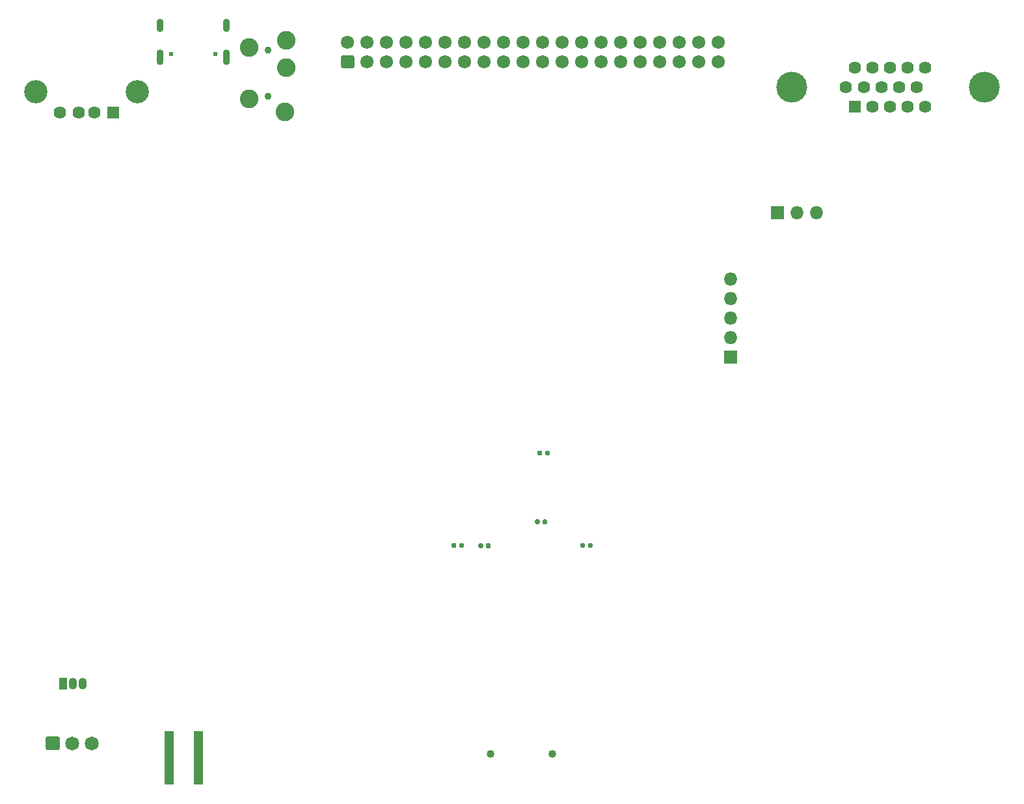
<source format=gbs>
%TF.GenerationSoftware,KiCad,Pcbnew,5.1.6*%
%TF.CreationDate,2020-08-24T17:36:10+02:00*%
%TF.ProjectId,CMM2-JLC,434d4d32-2d4a-44c4-932e-6b696361645f,D*%
%TF.SameCoordinates,Original*%
%TF.FileFunction,Soldermask,Bot*%
%TF.FilePolarity,Negative*%
%FSLAX46Y46*%
G04 Gerber Fmt 4.6, Leading zero omitted, Abs format (unit mm)*
G04 Created by KiCad (PCBNEW 5.1.6) date 2020-08-24 17:36:10*
%MOMM*%
%LPD*%
G01*
G04 APERTURE LIST*
%ADD10R,1.290000X7.020000*%
%ADD11C,1.620000*%
%ADD12C,4.020000*%
%ADD13R,1.620000X1.620000*%
%ADD14C,0.620000*%
%ADD15O,0.920000X1.720000*%
%ADD16O,0.920000X2.020000*%
%ADD17C,1.720000*%
%ADD18C,1.820000*%
%ADD19R,1.070000X1.520000*%
%ADD20O,1.070000X1.520000*%
%ADD21O,1.720000X1.720000*%
%ADD22R,1.720000X1.720000*%
%ADD23C,1.020000*%
%ADD24R,1.620000X1.520000*%
%ADD25C,3.020000*%
%ADD26C,2.420000*%
%ADD27C,0.920000*%
G04 APERTURE END LIST*
D10*
%TO.C,J1*%
X39800000Y-117500000D03*
X43600000Y-117500000D03*
%TD*%
D11*
%TO.C,J2*%
X132435000Y-30210000D03*
X133580000Y-27670000D03*
X135870000Y-27670000D03*
X138160000Y-27670000D03*
X134725000Y-30210000D03*
D12*
X145815000Y-30210000D03*
X120815000Y-30210000D03*
D11*
X137015000Y-30210000D03*
X129000000Y-27670000D03*
X131290000Y-27670000D03*
X135870000Y-32750000D03*
X133580000Y-32750000D03*
X131290000Y-32750000D03*
X130145000Y-30210000D03*
D13*
X129000000Y-32750000D03*
D11*
X127855000Y-30210000D03*
X138160000Y-32750000D03*
%TD*%
D14*
%TO.C,J4*%
X45790000Y-25850000D03*
X40010000Y-25850000D03*
D15*
X38580000Y-22160000D03*
X47220000Y-22160000D03*
D16*
X38580000Y-26330000D03*
X47220000Y-26330000D03*
%TD*%
D17*
%TO.C,J3*%
X111260000Y-24360000D03*
X108720000Y-24360000D03*
X106180000Y-24360000D03*
X103640000Y-24360000D03*
X101100000Y-24360000D03*
X98560000Y-24360000D03*
X96020000Y-24360000D03*
X93480000Y-24360000D03*
X90940000Y-24360000D03*
X88400000Y-24360000D03*
X85860000Y-24360000D03*
X83320000Y-24360000D03*
X80780000Y-24360000D03*
X78240000Y-24360000D03*
X75700000Y-24360000D03*
X73160000Y-24360000D03*
X70620000Y-24360000D03*
X68080000Y-24360000D03*
X65540000Y-24360000D03*
X63000000Y-24360000D03*
X111260000Y-26900000D03*
X108720000Y-26900000D03*
X106180000Y-26900000D03*
X103640000Y-26900000D03*
X101100000Y-26900000D03*
X98560000Y-26900000D03*
X96020000Y-26900000D03*
X93480000Y-26900000D03*
X90940000Y-26900000D03*
X88400000Y-26900000D03*
X85860000Y-26900000D03*
X83320000Y-26900000D03*
X80780000Y-26900000D03*
X78240000Y-26900000D03*
X75700000Y-26900000D03*
X73160000Y-26900000D03*
X70620000Y-26900000D03*
X68080000Y-26900000D03*
X65540000Y-26900000D03*
G36*
G01*
X63607059Y-27760000D02*
X62392941Y-27760000D01*
G75*
G02*
X62140000Y-27507059I0J252941D01*
G01*
X62140000Y-26292941D01*
G75*
G02*
X62392941Y-26040000I252941J0D01*
G01*
X63607059Y-26040000D01*
G75*
G02*
X63860000Y-26292941I0J-252941D01*
G01*
X63860000Y-27507059D01*
G75*
G02*
X63607059Y-27760000I-252941J0D01*
G01*
G37*
%TD*%
%TO.C,C31*%
G36*
G01*
X88316000Y-77648100D02*
X88316000Y-78003100D01*
G75*
G02*
X88163500Y-78155600I-152500J0D01*
G01*
X87858500Y-78155600D01*
G75*
G02*
X87706000Y-78003100I0J152500D01*
G01*
X87706000Y-77648100D01*
G75*
G02*
X87858500Y-77495600I152500J0D01*
G01*
X88163500Y-77495600D01*
G75*
G02*
X88316000Y-77648100I0J-152500D01*
G01*
G37*
G36*
G01*
X89286000Y-77648100D02*
X89286000Y-78003100D01*
G75*
G02*
X89133500Y-78155600I-152500J0D01*
G01*
X88828500Y-78155600D01*
G75*
G02*
X88676000Y-78003100I0J152500D01*
G01*
X88676000Y-77648100D01*
G75*
G02*
X88828500Y-77495600I152500J0D01*
G01*
X89133500Y-77495600D01*
G75*
G02*
X89286000Y-77648100I0J-152500D01*
G01*
G37*
%TD*%
D18*
%TO.C,U7*%
X29680000Y-115600000D03*
X27140000Y-115600000D03*
G36*
G01*
X23690000Y-116258840D02*
X23690000Y-114941160D01*
G75*
G02*
X23941160Y-114690000I251160J0D01*
G01*
X25258840Y-114690000D01*
G75*
G02*
X25510000Y-114941160I0J-251160D01*
G01*
X25510000Y-116258840D01*
G75*
G02*
X25258840Y-116510000I-251160J0D01*
G01*
X23941160Y-116510000D01*
G75*
G02*
X23690000Y-116258840I0J251160D01*
G01*
G37*
%TD*%
D19*
%TO.C,U5*%
X25930000Y-107800000D03*
D20*
X28470000Y-107800000D03*
X27200000Y-107800000D03*
%TD*%
D21*
%TO.C,J9*%
X124030000Y-46500000D03*
X121490000Y-46500000D03*
D22*
X118950000Y-46500000D03*
%TD*%
D23*
%TO.C,J8*%
X81600000Y-117000000D03*
X89600000Y-117000000D03*
%TD*%
D21*
%TO.C,J7*%
X112800000Y-55190000D03*
X112800000Y-57730000D03*
X112800000Y-60270000D03*
X112800000Y-62810000D03*
D22*
X112800000Y-65350000D03*
%TD*%
D11*
%TO.C,J6*%
X25500000Y-33500000D03*
X28000000Y-33500000D03*
X30000000Y-33500000D03*
D24*
X32500000Y-33500000D03*
D25*
X22430000Y-30790000D03*
X35570000Y-30790000D03*
%TD*%
D26*
%TO.C,J5*%
X55020000Y-24100000D03*
X50180000Y-25000000D03*
X55020000Y-27700000D03*
X54820000Y-33400000D03*
X50180000Y-31700000D03*
D27*
X52600000Y-25400000D03*
X52600000Y-31400000D03*
%TD*%
%TO.C,C23*%
G36*
G01*
X77497600Y-90030000D02*
X77497600Y-89675000D01*
G75*
G02*
X77650100Y-89522500I152500J0D01*
G01*
X77955100Y-89522500D01*
G75*
G02*
X78107600Y-89675000I0J-152500D01*
G01*
X78107600Y-90030000D01*
G75*
G02*
X77955100Y-90182500I-152500J0D01*
G01*
X77650100Y-90182500D01*
G75*
G02*
X77497600Y-90030000I0J152500D01*
G01*
G37*
G36*
G01*
X76527600Y-90030000D02*
X76527600Y-89675000D01*
G75*
G02*
X76680100Y-89522500I152500J0D01*
G01*
X76985100Y-89522500D01*
G75*
G02*
X77137600Y-89675000I0J-152500D01*
G01*
X77137600Y-90030000D01*
G75*
G02*
X76985100Y-90182500I-152500J0D01*
G01*
X76680100Y-90182500D01*
G75*
G02*
X76527600Y-90030000I0J152500D01*
G01*
G37*
%TD*%
%TO.C,C22*%
G36*
G01*
X80617400Y-89713100D02*
X80617400Y-90068100D01*
G75*
G02*
X80464900Y-90220600I-152500J0D01*
G01*
X80159900Y-90220600D01*
G75*
G02*
X80007400Y-90068100I0J152500D01*
G01*
X80007400Y-89713100D01*
G75*
G02*
X80159900Y-89560600I152500J0D01*
G01*
X80464900Y-89560600D01*
G75*
G02*
X80617400Y-89713100I0J-152500D01*
G01*
G37*
G36*
G01*
X81587400Y-89713100D02*
X81587400Y-90068100D01*
G75*
G02*
X81434900Y-90220600I-152500J0D01*
G01*
X81129900Y-90220600D01*
G75*
G02*
X80977400Y-90068100I0J152500D01*
G01*
X80977400Y-89713100D01*
G75*
G02*
X81129900Y-89560600I152500J0D01*
G01*
X81434900Y-89560600D01*
G75*
G02*
X81587400Y-89713100I0J-152500D01*
G01*
G37*
%TD*%
%TO.C,C5*%
G36*
G01*
X87985800Y-86601600D02*
X87985800Y-86956600D01*
G75*
G02*
X87833300Y-87109100I-152500J0D01*
G01*
X87528300Y-87109100D01*
G75*
G02*
X87375800Y-86956600I0J152500D01*
G01*
X87375800Y-86601600D01*
G75*
G02*
X87528300Y-86449100I152500J0D01*
G01*
X87833300Y-86449100D01*
G75*
G02*
X87985800Y-86601600I0J-152500D01*
G01*
G37*
G36*
G01*
X88955800Y-86601600D02*
X88955800Y-86956600D01*
G75*
G02*
X88803300Y-87109100I-152500J0D01*
G01*
X88498300Y-87109100D01*
G75*
G02*
X88345800Y-86956600I0J152500D01*
G01*
X88345800Y-86601600D01*
G75*
G02*
X88498300Y-86449100I152500J0D01*
G01*
X88803300Y-86449100D01*
G75*
G02*
X88955800Y-86601600I0J-152500D01*
G01*
G37*
%TD*%
%TO.C,C4*%
G36*
G01*
X93888900Y-89675000D02*
X93888900Y-90030000D01*
G75*
G02*
X93736400Y-90182500I-152500J0D01*
G01*
X93431400Y-90182500D01*
G75*
G02*
X93278900Y-90030000I0J152500D01*
G01*
X93278900Y-89675000D01*
G75*
G02*
X93431400Y-89522500I152500J0D01*
G01*
X93736400Y-89522500D01*
G75*
G02*
X93888900Y-89675000I0J-152500D01*
G01*
G37*
G36*
G01*
X94858900Y-89675000D02*
X94858900Y-90030000D01*
G75*
G02*
X94706400Y-90182500I-152500J0D01*
G01*
X94401400Y-90182500D01*
G75*
G02*
X94248900Y-90030000I0J152500D01*
G01*
X94248900Y-89675000D01*
G75*
G02*
X94401400Y-89522500I152500J0D01*
G01*
X94706400Y-89522500D01*
G75*
G02*
X94858900Y-89675000I0J-152500D01*
G01*
G37*
%TD*%
M02*

</source>
